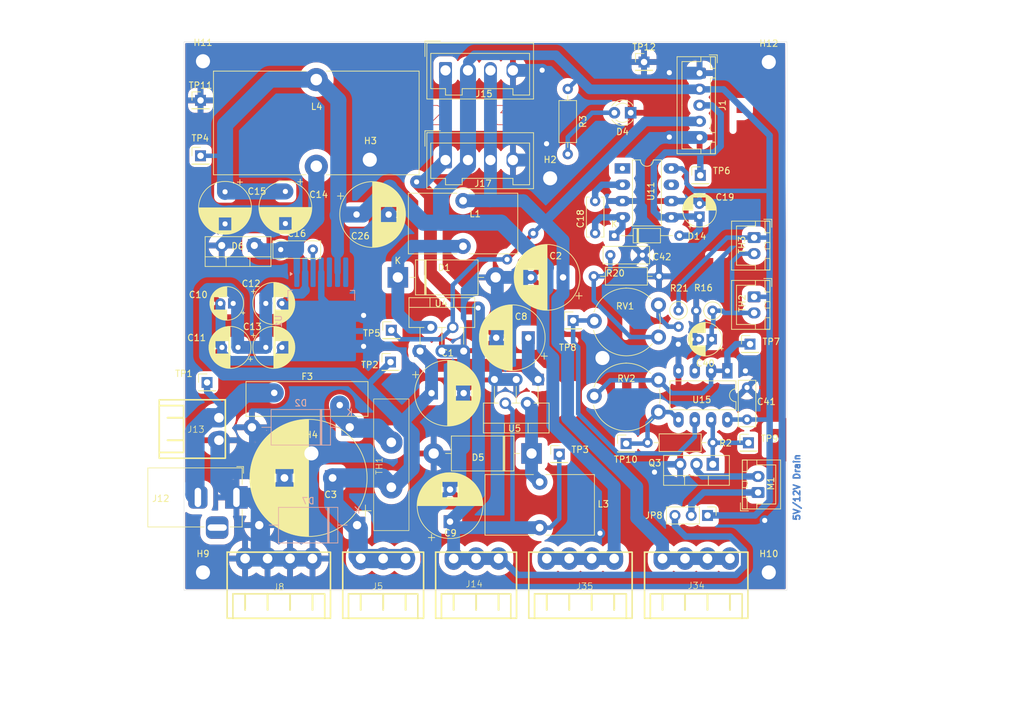
<source format=kicad_pcb>
(kicad_pcb
	(version 20240108)
	(generator "pcbnew")
	(generator_version "8.0")
	(general
		(thickness 1.6)
		(legacy_teardrops no)
	)
	(paper "A4")
	(layers
		(0 "F.Cu" signal)
		(1 "In1.Cu" signal)
		(2 "In2.Cu" signal)
		(31 "B.Cu" signal)
		(32 "B.Adhes" user "B.Adhesive")
		(33 "F.Adhes" user "F.Adhesive")
		(34 "B.Paste" user)
		(35 "F.Paste" user)
		(36 "B.SilkS" user "B.Silkscreen")
		(37 "F.SilkS" user "F.Silkscreen")
		(38 "B.Mask" user)
		(39 "F.Mask" user)
		(40 "Dwgs.User" user "User.Drawings")
		(41 "Cmts.User" user "User.Comments")
		(42 "Eco1.User" user "User.Eco1")
		(43 "Eco2.User" user "User.Eco2")
		(44 "Edge.Cuts" user)
		(45 "Margin" user)
		(46 "B.CrtYd" user "B.Courtyard")
		(47 "F.CrtYd" user "F.Courtyard")
		(48 "B.Fab" user)
		(49 "F.Fab" user)
		(50 "User.1" user)
		(51 "User.2" user)
		(52 "User.3" user)
		(53 "User.4" user)
		(54 "User.5" user)
		(55 "User.6" user)
		(56 "User.7" user)
		(57 "User.8" user)
		(58 "User.9" user)
	)
	(setup
		(stackup
			(layer "F.SilkS"
				(type "Top Silk Screen")
			)
			(layer "F.Paste"
				(type "Top Solder Paste")
			)
			(layer "F.Mask"
				(type "Top Solder Mask")
				(thickness 0.01)
			)
			(layer "F.Cu"
				(type "copper")
				(thickness 0.035)
			)
			(layer "dielectric 1"
				(type "prepreg")
				(thickness 0.1)
				(material "FR4")
				(epsilon_r 4.5)
				(loss_tangent 0.02)
			)
			(layer "In1.Cu"
				(type "copper")
				(thickness 0.035)
			)
			(layer "dielectric 2"
				(type "core")
				(thickness 1.24)
				(material "FR4")
				(epsilon_r 4.5)
				(loss_tangent 0.02)
			)
			(layer "In2.Cu"
				(type "copper")
				(thickness 0.035)
			)
			(layer "dielectric 3"
				(type "prepreg")
				(thickness 0.1)
				(material "FR4")
				(epsilon_r 4.5)
				(loss_tangent 0.02)
			)
			(layer "B.Cu"
				(type "copper")
				(thickness 0.035)
			)
			(layer "B.Mask"
				(type "Bottom Solder Mask")
				(thickness 0.01)
			)
			(layer "B.Paste"
				(type "Bottom Solder Paste")
			)
			(layer "B.SilkS"
				(type "Bottom Silk Screen")
				(color "Red")
			)
			(copper_finish "None")
			(dielectric_constraints no)
		)
		(pad_to_mask_clearance 0)
		(allow_soldermask_bridges_in_footprints no)
		(pcbplotparams
			(layerselection 0x0001000_fffffff9)
			(plot_on_all_layers_selection 0x0000000_00000000)
			(disableapertmacros no)
			(usegerberextensions no)
			(usegerberattributes no)
			(usegerberadvancedattributes yes)
			(creategerberjobfile no)
			(dashed_line_dash_ratio 12.000000)
			(dashed_line_gap_ratio 3.000000)
			(svgprecision 4)
			(plotframeref no)
			(viasonmask no)
			(mode 1)
			(useauxorigin no)
			(hpglpennumber 1)
			(hpglpenspeed 20)
			(hpglpendiameter 15.000000)
			(pdf_front_fp_property_popups yes)
			(pdf_back_fp_property_popups yes)
			(dxfpolygonmode yes)
			(dxfimperialunits yes)
			(dxfusepcbnewfont yes)
			(psnegative no)
			(psa4output no)
			(plotreference no)
			(plotvalue no)
			(plotfptext no)
			(plotinvisibletext no)
			(sketchpadsonfab no)
			(subtractmaskfromsilk no)
			(outputformat 1)
			(mirror no)
			(drillshape 0)
			(scaleselection 1)
			(outputdirectory "export/")
		)
	)
	(net 0 "")
	(net 1 "+5V")
	(net 2 "+24V filtered")
	(net 3 "GND")
	(net 4 "+3V3")
	(net 5 "+12V")
	(net 6 "Net-(D6-K)")
	(net 7 "Net-(U1-BOOT)")
	(net 8 "Net-(U11-CAP+)")
	(net 9 "Net-(D14-K)")
	(net 10 "-5V")
	(net 11 "Net-(D1-K)")
	(net 12 "Net-(D2-K)")
	(net 13 "Net-(D5-K)")
	(net 14 "+BATT")
	(net 15 "unconnected-(U1-EN-Pad7)")
	(net 16 "unconnected-(U1-NC-Pad5)")
	(net 17 "unconnected-(U11-OSC-Pad7)")
	(net 18 "unconnected-(U11-NC-Pad1)")
	(net 19 "Net-(U15A-+)")
	(net 20 "Net-(C42-Pad2)")
	(net 21 "Net-(JP8-C)")
	(net 22 "Net-(M1--)")
	(net 23 "Net-(Q3-G)")
	(net 24 "Net-(U15B-+)")
	(net 25 "Net-(R21-Pad2)")
	(net 26 "Net-(U15B--)")
	(net 27 "Net-(U15A--)")
	(net 28 "Net-(D4-A)")
	(footprint "Capacitor_THT:CP_Radial_D10.0mm_P5.00mm" (layer "F.Cu") (at 129.286 109.061993 90))
	(footprint "Capacitor_THT:CP_Radial_D10.0mm_P5.00mm" (layer "F.Cu") (at 126.410323 89.040962))
	(footprint "Diode_THT:D_DO-201AD_P15.24mm_Horizontal" (layer "F.Cu") (at 141.986 98.438962 180))
	(footprint "Potentiometer_THT:Potentiometer_Piher_PT-10-V10_Vertical" (layer "F.Cu") (at 161.757499 75.306462 180))
	(footprint "Connector_JST:JST_XH_B2B-XH-A_1x02_P2.50mm_Vertical" (layer "F.Cu") (at 177.275 104.514962 90))
	(footprint "Connector_PinHeader_2.54mm:PinHeader_1x01_P2.54mm_Vertical" (layer "F.Cu") (at 90.424 52.07))
	(footprint "Potentiometer_THT:Potentiometer_Piher_PT-10-V10_Vertical" (layer "F.Cu") (at 161.757499 86.990462 180))
	(footprint "Capacitor_THT:C_Disc_D6.0mm_W2.5mm_P5.00mm" (layer "F.Cu") (at 151.892 59.123888 -90))
	(footprint "Package_TO_SOT_THT:TO-220-5_P3.4x3.7mm_StaggerOdd_Lead3.8mm_Vertical" (layer "F.Cu") (at 124.616 82.489962))
	(footprint "Connector_PinHeader_2.54mm:PinHeader_1x01_P2.54mm_Vertical" (layer "F.Cu") (at 90.424 43.434))
	(footprint "Resistor_THT:R_Axial_DIN0207_L6.3mm_D2.5mm_P2.54mm_Vertical" (layer "F.Cu") (at 170.18 76.2 180))
	(footprint "Package_TO_SOT_THT:TO-220-3_Vertical" (layer "F.Cu") (at 170.219499 100.125462 180))
	(footprint "Connector_PinHeader_2.54mm:PinHeader_1x01_P2.54mm_Vertical" (layer "F.Cu") (at 176.022 81.407))
	(footprint "Capacitor_THT:CP_Radial_D6.3mm_P2.50mm" (layer "F.Cu") (at 100.592664 75.064811))
	(footprint "custom-footprints1:MountingHole_2.2mm_NPTH-with-pad" (layer "F.Cu") (at 178.943 37.465))
	(footprint "Package_DIP:DIP-8_W7.62mm_LongPads" (layer "F.Cu") (at 172.495499 85.561462 -90))
	(footprint "Resistor_THT:R_Axial_DIN0207_L6.3mm_D2.5mm_P10.16mm_Horizontal" (layer "F.Cu") (at 147.6248 41.656 -90))
	(footprint "custom-footprints1:MountingHole_2.2mm_NPTH-with-pad" (layer "F.Cu") (at 90.805 116.967))
	(footprint "custom-footprints1:WAGO 734-164 Print-Stiftleiste, Mini, RM 3,5, gewinkelt, 4-polig" (layer "F.Cu") (at 97.366 114.808))
	(footprint "Connector_PinHeader_2.54mm:PinHeader_1x01_P2.54mm_Vertical" (layer "F.Cu") (at 91.44 87.376))
	(footprint "Capacitor_THT:CP_Radial_D18.0mm_P7.50mm"
		(layer "F.Cu")
		(uuid "3e12b180-088b-46cd-b5c6-9617c716b1a6")
		(at 110.998 102.248962 180)
		(descr "CP, Radial series, Radial, pin pitch=7.50mm, , diameter=18mm, Electrolytic Capacitor")
		(tags "CP Radial series Radial pin pitch 7.50mm  diameter 18mm Electrolytic Capacitor")
		(property "Reference" "C3"
			(at 0.3048 -2.602238 0)
			(layer "F.SilkS")
			(uuid "c0dbac4b-d18d-44e0-abe6-6b3f876fe509")
			(effects
				(font
					(size 1 1)
					(thickness 0.15)
				)
			)
		)
		(property "Value" "2200uf"
			(at -0.952 2.579362 0)
			(layer "F.Fab")
			(uuid "1f7d7bb5-f802-471e-8ae7-4e1a80563b95")
			(effects
				(font
					(size 1 1)
					(thickness 0.15)
				)
			)
		)
		(property "Footprint" "Capacitor_THT:CP_Radial_D18.0mm_P7.50mm"
			(at 0 0 180)
			(unlocked yes)
			(layer "F.Fab")
			(hide yes)
			(uuid "cd037e7c-88f5-4614-9539-47ece2e39e2f")
			(effects
				(font
					(size 1.27 1.27)
					(thickness 0.15)
				)
			)
		)
		(property "Datasheet" "https://www.reichelt.com/be/en/shop/product/elko_2200_f_35_v_105_c-166415"
			(at 0 0 180)
			(unlocked yes)
			(layer "F.Fab")
			(hide yes)
			(uuid "09c9c45c-cd56-4403-bd81-cc88382ef4e9")
			(effects
				(font
					(size 1.27 1.27)
					(thickness 0.15)
				)
			)
		)
		(property "Description" "Polarized capacitor"
			(at 0 0 180)
			(unlocked yes)
			(layer "F.Fab")
			(hide yes)
			(uuid "114210ba-bd57-4105-96f8-5187314aacb0")
			(effects
				(font
					(size 1.27 1.27)
					(thickness 0.15)
				)
			)
		)
		(property ki_fp_filters "CP_*")
		(path "/16680157-dcc5-42d4-8ccc-a59b4c4006fd")
		(sheetname "Root")
		(sheetfile "power-supply-board_v1.0.kicad_sch")
		(attr through_hole)
		(fp_line
			(start 12.87 -0.04)
			(end 12.87 0.04)
			(stroke
				(width 0.12)
				(type solid)
			)
			(layer "F.SilkS")
			(uuid "87732204-ffd3-4010-92fe-e84d597261db")
		)
		(fp_line
			(start 12.83 -0.814)
			(end 12.83 0.814)
			(stroke
				(width 0.12)
				(type solid)
			)
			(layer "F.SilkS")
			(uuid "18f893c9-7fff-4554-a0a6-9513f8452e28")
		)
		(fp_line
			(start 12.79 -1.166)
			(end 12.79 1.166)
			(stroke
				(width 0.12)
				(type solid)
			)
			(layer "F.SilkS")
			(uuid "2b52467b-0cfb-4412-b0ac-068e45849888")
		)
		(fp_line
			(start 12.75 -1.435)
			(end 12.75 1.435)
			(stroke
				(width 0.12)
				(type solid)
			)
			(layer "F.SilkS")
			(uuid "34e20984-e432-4254-860c-82b93de5475e")
		)
		(fp_line
			(start 12.71 -1.661)
			(end 12.71 1.661)
			(stroke
				(width 0.12)
				(type solid)
			)
			(layer "F.SilkS")
			(uuid "9e5473ed-98ba-43aa-9d6a-8eaabc33a9dc")
		)
		(fp_line
			(start 12.67 -1.86)
			(end 12.67 1.86)
			(stroke
				(width 0.12)
				(type solid)
			)
			(layer "F.SilkS")
			(uuid "08c8f39a-99ff-4afd-b845-1d83a6340213")
		)
		(fp_line
			(start 12.63 -2.039)
			(end 12.63 2.039)
			(stroke
				(width 0.12)
				(type solid)
			)
			(layer "F.SilkS")
			(uuid "d5eaf986-9534-4524-ad49-665dbecfec0f")
		)
		(fp_line
			(start 12.59 -2.203)
			(end 12.59 2.203)
			(stroke
				(width 0.12)
				(type solid)
			)
			(layer "F.SilkS")
			(uuid "5cf0b090-f6b4-43c7-a6ce-0f71cd8210ee")
		)
		(fp_line
			(start 12.55 -2.355)
			(end 12.55 2.355)
			(stroke
				(width 0.12)
				(type solid)
			)
			(layer "F.SilkS")
			(uuid "8e66bac3-0b2f-40ec-8c73-97c7d6b2f138")
		)
		(fp_line
			(start 12.51 -2.498)
			(end 12.51 2.498)
			(stroke
				(width 0.12)
				(type solid)
			)
			(layer "F.SilkS")
			(uuid "66bbea31-836a-4c65-9a2d-0d3a29f8dc12")
		)
		(fp_line
			(start 12.47 -2.632)
			(end 12.47 2.632)
			(stroke
				(width 0.12)
				(type solid)
			)
			(layer "F.SilkS")
			(uuid "633c10e5-f6ae-42eb-b5a5-18a2e88ec3af")
		)
		(fp_line
			(start 12.43 -2.759)
			(end 12.43 2.759)
			(stroke
				(width 0.12)
				(type solid)
			)
			(layer "F.SilkS")
			(uuid "5c14d289-cf82-40f2-ae41-fa734da4dc2a")
		)
		(fp_line
			(start 12.39 -2.88)
			(end 12.39 2.88)
			(stroke
				(width 0.12)
				(type solid)
			)
			(layer "F.SilkS")
			(uuid "92d777da-31b2-4188-88bd-b48da7e6abd8")
		)
		(fp_line
			(start 12.35 -2.996)
			(end 12.35 2.996)
			(stroke
				(width 0.12)
				(type solid)
			)
			(layer "F.SilkS")
			(uuid "107af9bb-841b-4c31-9fac-3060a5bfa1b6")
		)
		(fp_line
			(start 12.31 -3.107)
			(end 12.31 3.107)
			(stroke
				(width 0.12)
				(type solid)
			)
			(layer "F.SilkS")
			(uuid "9396642f-f979-4d78-bd91-7a436359d103")
		)
		(fp_line
			(start 12.27 -3.214)
			(end 12.27 3.214)
			(stroke
				(width 0.12)
				(type solid)
			)
			(layer "F.SilkS")
			(uuid "7a28f269-c130-4a30-a607-7c6287357369")
		)
		(fp_line
			(start 12.23 -3.317)
			(end 12.23 3.317)
			(stroke
				(width 0.12)
				(type solid)
			)
			(layer "F.SilkS")

... [1199562 chars truncated]
</source>
